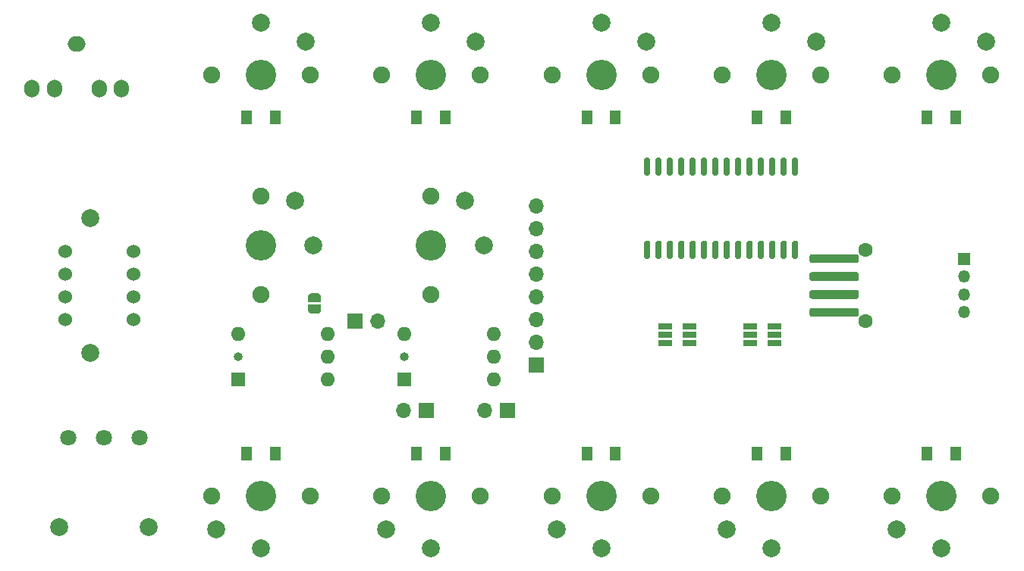
<source format=gts>
G04 #@! TF.GenerationSoftware,KiCad,Pcbnew,(5.1.8)-1*
G04 #@! TF.CreationDate,2023-06-19T23:59:53+09:00*
G04 #@! TF.ProjectId,windsynth,77696e64-7379-46e7-9468-2e6b69636164,rev?*
G04 #@! TF.SameCoordinates,Original*
G04 #@! TF.FileFunction,Soldermask,Top*
G04 #@! TF.FilePolarity,Negative*
%FSLAX46Y46*%
G04 Gerber Fmt 4.6, Leading zero omitted, Abs format (unit mm)*
G04 Created by KiCad (PCBNEW (5.1.8)-1) date 2023-06-19 23:59:53*
%MOMM*%
%LPD*%
G01*
G04 APERTURE LIST*
%ADD10O,1.700000X1.700000*%
%ADD11R,1.700000X1.700000*%
%ADD12C,0.100000*%
%ADD13R,1.200000X1.500000*%
%ADD14C,1.900000*%
%ADD15C,3.400000*%
%ADD16C,2.000000*%
%ADD17O,1.700000X2.000000*%
%ADD18O,2.000000X1.700000*%
%ADD19C,1.524000*%
%ADD20O,1.600000X1.600000*%
%ADD21O,1.000000X1.000000*%
%ADD22R,1.600000X1.600000*%
%ADD23C,1.800000*%
%ADD24R,1.560000X0.650000*%
%ADD25C,1.600000*%
%ADD26R,1.350000X1.350000*%
%ADD27O,1.350000X1.350000*%
G04 APERTURE END LIST*
D10*
G04 #@! TO.C,R2*
X175460000Y-106000000D03*
D11*
X178000000Y-106000000D03*
G04 #@! TD*
D12*
G04 #@! TO.C,DAC-DIRECT*
G36*
X157250000Y-94150000D02*
G01*
X157250000Y-94650000D01*
X157249398Y-94650000D01*
X157249398Y-94674534D01*
X157244588Y-94723365D01*
X157235016Y-94771490D01*
X157220772Y-94818445D01*
X157201995Y-94863778D01*
X157178864Y-94907051D01*
X157151604Y-94947850D01*
X157120476Y-94985779D01*
X157085779Y-95020476D01*
X157047850Y-95051604D01*
X157007051Y-95078864D01*
X156963778Y-95101995D01*
X156918445Y-95120772D01*
X156871490Y-95135016D01*
X156823365Y-95144588D01*
X156774534Y-95149398D01*
X156750000Y-95149398D01*
X156750000Y-95150000D01*
X156250000Y-95150000D01*
X156250000Y-95149398D01*
X156225466Y-95149398D01*
X156176635Y-95144588D01*
X156128510Y-95135016D01*
X156081555Y-95120772D01*
X156036222Y-95101995D01*
X155992949Y-95078864D01*
X155952150Y-95051604D01*
X155914221Y-95020476D01*
X155879524Y-94985779D01*
X155848396Y-94947850D01*
X155821136Y-94907051D01*
X155798005Y-94863778D01*
X155779228Y-94818445D01*
X155764984Y-94771490D01*
X155755412Y-94723365D01*
X155750602Y-94674534D01*
X155750602Y-94650000D01*
X155750000Y-94650000D01*
X155750000Y-94150000D01*
X157250000Y-94150000D01*
G37*
G36*
X155750602Y-93350000D02*
G01*
X155750602Y-93325466D01*
X155755412Y-93276635D01*
X155764984Y-93228510D01*
X155779228Y-93181555D01*
X155798005Y-93136222D01*
X155821136Y-93092949D01*
X155848396Y-93052150D01*
X155879524Y-93014221D01*
X155914221Y-92979524D01*
X155952150Y-92948396D01*
X155992949Y-92921136D01*
X156036222Y-92898005D01*
X156081555Y-92879228D01*
X156128510Y-92864984D01*
X156176635Y-92855412D01*
X156225466Y-92850602D01*
X156250000Y-92850602D01*
X156250000Y-92850000D01*
X156750000Y-92850000D01*
X156750000Y-92850602D01*
X156774534Y-92850602D01*
X156823365Y-92855412D01*
X156871490Y-92864984D01*
X156918445Y-92879228D01*
X156963778Y-92898005D01*
X157007051Y-92921136D01*
X157047850Y-92948396D01*
X157085779Y-92979524D01*
X157120476Y-93014221D01*
X157151604Y-93052150D01*
X157178864Y-93092949D01*
X157201995Y-93136222D01*
X157220772Y-93181555D01*
X157235016Y-93228510D01*
X157244588Y-93276635D01*
X157249398Y-93325466D01*
X157249398Y-93350000D01*
X157250000Y-93350000D01*
X157250000Y-93850000D01*
X155750000Y-93850000D01*
X155750000Y-93350000D01*
X155750602Y-93350000D01*
G37*
G04 #@! TD*
D13*
G04 #@! TO.C,KeyD*
X186900000Y-110800000D03*
X190100000Y-110800000D03*
D14*
X194000000Y-115500000D03*
X183000000Y-115500000D03*
D15*
X188500000Y-115500000D03*
D16*
X183500000Y-119300000D03*
X188500000Y-121400000D03*
G04 #@! TD*
D17*
G04 #@! TO.C,HEADPHONE*
X134968000Y-70000000D03*
X132468000Y-70000000D03*
X127468000Y-70000000D03*
X124968000Y-70000000D03*
D18*
X129968000Y-65000000D03*
G04 #@! TD*
D19*
G04 #@! TO.C,AE-PAM8012*
X128690000Y-95810000D03*
X128690000Y-93270000D03*
X128690000Y-90730000D03*
X128690000Y-88190000D03*
X136310000Y-95810000D03*
X136310000Y-93270000D03*
X136310000Y-90730000D03*
X136310000Y-88190000D03*
G04 #@! TD*
D20*
G04 #@! TO.C,MIS2503 (Main)*
X158000000Y-102500000D03*
X148000000Y-97400000D03*
X158000000Y-99960000D03*
D21*
X148000000Y-99960000D03*
D20*
X158000000Y-97420000D03*
D22*
X148000000Y-102500000D03*
G04 #@! TD*
D16*
G04 #@! TO.C,KeyB*
X150500000Y-62600000D03*
X155500000Y-64700000D03*
D15*
X150500000Y-68500000D03*
D14*
X156000000Y-68500000D03*
X145000000Y-68500000D03*
D13*
X148900000Y-73200000D03*
X152100000Y-73200000D03*
G04 #@! TD*
D10*
G04 #@! TO.C,J3*
X181250000Y-83106000D03*
X181250000Y-85646000D03*
X181250000Y-88186000D03*
X181250000Y-90726000D03*
X181250000Y-93266000D03*
X181250000Y-95806000D03*
X181250000Y-98346000D03*
D11*
X181250000Y-100886000D03*
G04 #@! TD*
D16*
G04 #@! TO.C,SPEAKER*
X131500000Y-99500000D03*
X131500000Y-84500000D03*
G04 #@! TD*
D13*
G04 #@! TO.C,KeyC*
X224900000Y-110800000D03*
X228100000Y-110800000D03*
D14*
X232000000Y-115500000D03*
X221000000Y-115500000D03*
D15*
X226500000Y-115500000D03*
D16*
X221500000Y-119300000D03*
X226500000Y-121400000D03*
G04 #@! TD*
D13*
G04 #@! TO.C,KeyEb*
X205900000Y-110800000D03*
X209100000Y-110800000D03*
D14*
X213000000Y-115500000D03*
X202000000Y-115500000D03*
D15*
X207500000Y-115500000D03*
D16*
X202500000Y-119300000D03*
X207500000Y-121400000D03*
G04 #@! TD*
D13*
G04 #@! TO.C,KeyE*
X167900000Y-110800000D03*
X171100000Y-110800000D03*
D14*
X175000000Y-115500000D03*
X164000000Y-115500000D03*
D15*
X169500000Y-115500000D03*
D16*
X164500000Y-119300000D03*
X169500000Y-121400000D03*
G04 #@! TD*
D13*
G04 #@! TO.C,KeyF*
X148900000Y-110800000D03*
X152100000Y-110800000D03*
D14*
X156000000Y-115500000D03*
X145000000Y-115500000D03*
D15*
X150500000Y-115500000D03*
D16*
X145500000Y-119300000D03*
X150500000Y-121400000D03*
G04 #@! TD*
D13*
G04 #@! TO.C,KeyCs*
X228100000Y-73200000D03*
X224900000Y-73200000D03*
D14*
X221000000Y-68500000D03*
X232000000Y-68500000D03*
D15*
X226500000Y-68500000D03*
D16*
X231500000Y-64700000D03*
X226500000Y-62600000D03*
G04 #@! TD*
D13*
G04 #@! TO.C,KeyGs*
X209100000Y-73200000D03*
X205900000Y-73200000D03*
D14*
X202000000Y-68500000D03*
X213000000Y-68500000D03*
D15*
X207500000Y-68500000D03*
D16*
X212500000Y-64700000D03*
X207500000Y-62600000D03*
G04 #@! TD*
G04 #@! TO.C,KeyG*
X188500000Y-62600000D03*
X193500000Y-64700000D03*
D15*
X188500000Y-68500000D03*
D14*
X194000000Y-68500000D03*
X183000000Y-68500000D03*
D13*
X186900000Y-73200000D03*
X190100000Y-73200000D03*
G04 #@! TD*
D16*
G04 #@! TO.C,KeyA*
X169500000Y-62600000D03*
X174500000Y-64700000D03*
D15*
X169500000Y-68500000D03*
D14*
X175000000Y-68500000D03*
X164000000Y-68500000D03*
D13*
X167900000Y-73200000D03*
X171100000Y-73200000D03*
G04 #@! TD*
D14*
G04 #@! TO.C,KeyDown*
X169500000Y-93000000D03*
X169500000Y-82000000D03*
D15*
X169500000Y-87500000D03*
D16*
X173300000Y-82500000D03*
X175400000Y-87500000D03*
G04 #@! TD*
D14*
G04 #@! TO.C,KeyUp*
X150500000Y-93000000D03*
X150500000Y-82000000D03*
D15*
X150500000Y-87500000D03*
D16*
X154300000Y-82500000D03*
X156400000Y-87500000D03*
G04 #@! TD*
G04 #@! TO.C,VOLUME*
X128000000Y-119000000D03*
D23*
X129000000Y-109000000D03*
X133000000Y-109000000D03*
X137000000Y-109000000D03*
D16*
X138000000Y-119000000D03*
G04 #@! TD*
G04 #@! TO.C,MCP23017*
G36*
G01*
X193770000Y-89035000D02*
X193470000Y-89035000D01*
G75*
G02*
X193320000Y-88885000I0J150000D01*
G01*
X193320000Y-87135000D01*
G75*
G02*
X193470000Y-86985000I150000J0D01*
G01*
X193770000Y-86985000D01*
G75*
G02*
X193920000Y-87135000I0J-150000D01*
G01*
X193920000Y-88885000D01*
G75*
G02*
X193770000Y-89035000I-150000J0D01*
G01*
G37*
G36*
G01*
X195040000Y-89035000D02*
X194740000Y-89035000D01*
G75*
G02*
X194590000Y-88885000I0J150000D01*
G01*
X194590000Y-87135000D01*
G75*
G02*
X194740000Y-86985000I150000J0D01*
G01*
X195040000Y-86985000D01*
G75*
G02*
X195190000Y-87135000I0J-150000D01*
G01*
X195190000Y-88885000D01*
G75*
G02*
X195040000Y-89035000I-150000J0D01*
G01*
G37*
G36*
G01*
X196310000Y-89035000D02*
X196010000Y-89035000D01*
G75*
G02*
X195860000Y-88885000I0J150000D01*
G01*
X195860000Y-87135000D01*
G75*
G02*
X196010000Y-86985000I150000J0D01*
G01*
X196310000Y-86985000D01*
G75*
G02*
X196460000Y-87135000I0J-150000D01*
G01*
X196460000Y-88885000D01*
G75*
G02*
X196310000Y-89035000I-150000J0D01*
G01*
G37*
G36*
G01*
X197580000Y-89035000D02*
X197280000Y-89035000D01*
G75*
G02*
X197130000Y-88885000I0J150000D01*
G01*
X197130000Y-87135000D01*
G75*
G02*
X197280000Y-86985000I150000J0D01*
G01*
X197580000Y-86985000D01*
G75*
G02*
X197730000Y-87135000I0J-150000D01*
G01*
X197730000Y-88885000D01*
G75*
G02*
X197580000Y-89035000I-150000J0D01*
G01*
G37*
G36*
G01*
X198850000Y-89035000D02*
X198550000Y-89035000D01*
G75*
G02*
X198400000Y-88885000I0J150000D01*
G01*
X198400000Y-87135000D01*
G75*
G02*
X198550000Y-86985000I150000J0D01*
G01*
X198850000Y-86985000D01*
G75*
G02*
X199000000Y-87135000I0J-150000D01*
G01*
X199000000Y-88885000D01*
G75*
G02*
X198850000Y-89035000I-150000J0D01*
G01*
G37*
G36*
G01*
X200120000Y-89035000D02*
X199820000Y-89035000D01*
G75*
G02*
X199670000Y-88885000I0J150000D01*
G01*
X199670000Y-87135000D01*
G75*
G02*
X199820000Y-86985000I150000J0D01*
G01*
X200120000Y-86985000D01*
G75*
G02*
X200270000Y-87135000I0J-150000D01*
G01*
X200270000Y-88885000D01*
G75*
G02*
X200120000Y-89035000I-150000J0D01*
G01*
G37*
G36*
G01*
X201390000Y-89035000D02*
X201090000Y-89035000D01*
G75*
G02*
X200940000Y-88885000I0J150000D01*
G01*
X200940000Y-87135000D01*
G75*
G02*
X201090000Y-86985000I150000J0D01*
G01*
X201390000Y-86985000D01*
G75*
G02*
X201540000Y-87135000I0J-150000D01*
G01*
X201540000Y-88885000D01*
G75*
G02*
X201390000Y-89035000I-150000J0D01*
G01*
G37*
G36*
G01*
X202660000Y-89035000D02*
X202360000Y-89035000D01*
G75*
G02*
X202210000Y-88885000I0J150000D01*
G01*
X202210000Y-87135000D01*
G75*
G02*
X202360000Y-86985000I150000J0D01*
G01*
X202660000Y-86985000D01*
G75*
G02*
X202810000Y-87135000I0J-150000D01*
G01*
X202810000Y-88885000D01*
G75*
G02*
X202660000Y-89035000I-150000J0D01*
G01*
G37*
G36*
G01*
X203930000Y-89035000D02*
X203630000Y-89035000D01*
G75*
G02*
X203480000Y-88885000I0J150000D01*
G01*
X203480000Y-87135000D01*
G75*
G02*
X203630000Y-86985000I150000J0D01*
G01*
X203930000Y-86985000D01*
G75*
G02*
X204080000Y-87135000I0J-150000D01*
G01*
X204080000Y-88885000D01*
G75*
G02*
X203930000Y-89035000I-150000J0D01*
G01*
G37*
G36*
G01*
X205200000Y-89035000D02*
X204900000Y-89035000D01*
G75*
G02*
X204750000Y-88885000I0J150000D01*
G01*
X204750000Y-87135000D01*
G75*
G02*
X204900000Y-86985000I150000J0D01*
G01*
X205200000Y-86985000D01*
G75*
G02*
X205350000Y-87135000I0J-150000D01*
G01*
X205350000Y-88885000D01*
G75*
G02*
X205200000Y-89035000I-150000J0D01*
G01*
G37*
G36*
G01*
X206470000Y-89035000D02*
X206170000Y-89035000D01*
G75*
G02*
X206020000Y-88885000I0J150000D01*
G01*
X206020000Y-87135000D01*
G75*
G02*
X206170000Y-86985000I150000J0D01*
G01*
X206470000Y-86985000D01*
G75*
G02*
X206620000Y-87135000I0J-150000D01*
G01*
X206620000Y-88885000D01*
G75*
G02*
X206470000Y-89035000I-150000J0D01*
G01*
G37*
G36*
G01*
X207740000Y-89035000D02*
X207440000Y-89035000D01*
G75*
G02*
X207290000Y-88885000I0J150000D01*
G01*
X207290000Y-87135000D01*
G75*
G02*
X207440000Y-86985000I150000J0D01*
G01*
X207740000Y-86985000D01*
G75*
G02*
X207890000Y-87135000I0J-150000D01*
G01*
X207890000Y-88885000D01*
G75*
G02*
X207740000Y-89035000I-150000J0D01*
G01*
G37*
G36*
G01*
X209010000Y-89035000D02*
X208710000Y-89035000D01*
G75*
G02*
X208560000Y-88885000I0J150000D01*
G01*
X208560000Y-87135000D01*
G75*
G02*
X208710000Y-86985000I150000J0D01*
G01*
X209010000Y-86985000D01*
G75*
G02*
X209160000Y-87135000I0J-150000D01*
G01*
X209160000Y-88885000D01*
G75*
G02*
X209010000Y-89035000I-150000J0D01*
G01*
G37*
G36*
G01*
X210280000Y-89035000D02*
X209980000Y-89035000D01*
G75*
G02*
X209830000Y-88885000I0J150000D01*
G01*
X209830000Y-87135000D01*
G75*
G02*
X209980000Y-86985000I150000J0D01*
G01*
X210280000Y-86985000D01*
G75*
G02*
X210430000Y-87135000I0J-150000D01*
G01*
X210430000Y-88885000D01*
G75*
G02*
X210280000Y-89035000I-150000J0D01*
G01*
G37*
G36*
G01*
X210280000Y-79735000D02*
X209980000Y-79735000D01*
G75*
G02*
X209830000Y-79585000I0J150000D01*
G01*
X209830000Y-77835000D01*
G75*
G02*
X209980000Y-77685000I150000J0D01*
G01*
X210280000Y-77685000D01*
G75*
G02*
X210430000Y-77835000I0J-150000D01*
G01*
X210430000Y-79585000D01*
G75*
G02*
X210280000Y-79735000I-150000J0D01*
G01*
G37*
G36*
G01*
X209010000Y-79735000D02*
X208710000Y-79735000D01*
G75*
G02*
X208560000Y-79585000I0J150000D01*
G01*
X208560000Y-77835000D01*
G75*
G02*
X208710000Y-77685000I150000J0D01*
G01*
X209010000Y-77685000D01*
G75*
G02*
X209160000Y-77835000I0J-150000D01*
G01*
X209160000Y-79585000D01*
G75*
G02*
X209010000Y-79735000I-150000J0D01*
G01*
G37*
G36*
G01*
X207740000Y-79735000D02*
X207440000Y-79735000D01*
G75*
G02*
X207290000Y-79585000I0J150000D01*
G01*
X207290000Y-77835000D01*
G75*
G02*
X207440000Y-77685000I150000J0D01*
G01*
X207740000Y-77685000D01*
G75*
G02*
X207890000Y-77835000I0J-150000D01*
G01*
X207890000Y-79585000D01*
G75*
G02*
X207740000Y-79735000I-150000J0D01*
G01*
G37*
G36*
G01*
X206470000Y-79735000D02*
X206170000Y-79735000D01*
G75*
G02*
X206020000Y-79585000I0J150000D01*
G01*
X206020000Y-77835000D01*
G75*
G02*
X206170000Y-77685000I150000J0D01*
G01*
X206470000Y-77685000D01*
G75*
G02*
X206620000Y-77835000I0J-150000D01*
G01*
X206620000Y-79585000D01*
G75*
G02*
X206470000Y-79735000I-150000J0D01*
G01*
G37*
G36*
G01*
X205200000Y-79735000D02*
X204900000Y-79735000D01*
G75*
G02*
X204750000Y-79585000I0J150000D01*
G01*
X204750000Y-77835000D01*
G75*
G02*
X204900000Y-77685000I150000J0D01*
G01*
X205200000Y-77685000D01*
G75*
G02*
X205350000Y-77835000I0J-150000D01*
G01*
X205350000Y-79585000D01*
G75*
G02*
X205200000Y-79735000I-150000J0D01*
G01*
G37*
G36*
G01*
X203930000Y-79735000D02*
X203630000Y-79735000D01*
G75*
G02*
X203480000Y-79585000I0J150000D01*
G01*
X203480000Y-77835000D01*
G75*
G02*
X203630000Y-77685000I150000J0D01*
G01*
X203930000Y-77685000D01*
G75*
G02*
X204080000Y-77835000I0J-150000D01*
G01*
X204080000Y-79585000D01*
G75*
G02*
X203930000Y-79735000I-150000J0D01*
G01*
G37*
G36*
G01*
X202660000Y-79735000D02*
X202360000Y-79735000D01*
G75*
G02*
X202210000Y-79585000I0J150000D01*
G01*
X202210000Y-77835000D01*
G75*
G02*
X202360000Y-77685000I150000J0D01*
G01*
X202660000Y-77685000D01*
G75*
G02*
X202810000Y-77835000I0J-150000D01*
G01*
X202810000Y-79585000D01*
G75*
G02*
X202660000Y-79735000I-150000J0D01*
G01*
G37*
G36*
G01*
X201390000Y-79735000D02*
X201090000Y-79735000D01*
G75*
G02*
X200940000Y-79585000I0J150000D01*
G01*
X200940000Y-77835000D01*
G75*
G02*
X201090000Y-77685000I150000J0D01*
G01*
X201390000Y-77685000D01*
G75*
G02*
X201540000Y-77835000I0J-150000D01*
G01*
X201540000Y-79585000D01*
G75*
G02*
X201390000Y-79735000I-150000J0D01*
G01*
G37*
G36*
G01*
X200120000Y-79735000D02*
X199820000Y-79735000D01*
G75*
G02*
X199670000Y-79585000I0J150000D01*
G01*
X199670000Y-77835000D01*
G75*
G02*
X199820000Y-77685000I150000J0D01*
G01*
X200120000Y-77685000D01*
G75*
G02*
X200270000Y-77835000I0J-150000D01*
G01*
X200270000Y-79585000D01*
G75*
G02*
X200120000Y-79735000I-150000J0D01*
G01*
G37*
G36*
G01*
X198850000Y-79735000D02*
X198550000Y-79735000D01*
G75*
G02*
X198400000Y-79585000I0J150000D01*
G01*
X198400000Y-77835000D01*
G75*
G02*
X198550000Y-77685000I150000J0D01*
G01*
X198850000Y-77685000D01*
G75*
G02*
X199000000Y-77835000I0J-150000D01*
G01*
X199000000Y-79585000D01*
G75*
G02*
X198850000Y-79735000I-150000J0D01*
G01*
G37*
G36*
G01*
X197580000Y-79735000D02*
X197280000Y-79735000D01*
G75*
G02*
X197130000Y-79585000I0J150000D01*
G01*
X197130000Y-77835000D01*
G75*
G02*
X197280000Y-77685000I150000J0D01*
G01*
X197580000Y-77685000D01*
G75*
G02*
X197730000Y-77835000I0J-150000D01*
G01*
X197730000Y-79585000D01*
G75*
G02*
X197580000Y-79735000I-150000J0D01*
G01*
G37*
G36*
G01*
X196310000Y-79735000D02*
X196010000Y-79735000D01*
G75*
G02*
X195860000Y-79585000I0J150000D01*
G01*
X195860000Y-77835000D01*
G75*
G02*
X196010000Y-77685000I150000J0D01*
G01*
X196310000Y-77685000D01*
G75*
G02*
X196460000Y-77835000I0J-150000D01*
G01*
X196460000Y-79585000D01*
G75*
G02*
X196310000Y-79735000I-150000J0D01*
G01*
G37*
G36*
G01*
X195040000Y-79735000D02*
X194740000Y-79735000D01*
G75*
G02*
X194590000Y-79585000I0J150000D01*
G01*
X194590000Y-77835000D01*
G75*
G02*
X194740000Y-77685000I150000J0D01*
G01*
X195040000Y-77685000D01*
G75*
G02*
X195190000Y-77835000I0J-150000D01*
G01*
X195190000Y-79585000D01*
G75*
G02*
X195040000Y-79735000I-150000J0D01*
G01*
G37*
G36*
G01*
X193770000Y-79735000D02*
X193470000Y-79735000D01*
G75*
G02*
X193320000Y-79585000I0J150000D01*
G01*
X193320000Y-77835000D01*
G75*
G02*
X193470000Y-77685000I150000J0D01*
G01*
X193770000Y-77685000D01*
G75*
G02*
X193920000Y-77835000I0J-150000D01*
G01*
X193920000Y-79585000D01*
G75*
G02*
X193770000Y-79735000I-150000J0D01*
G01*
G37*
G04 #@! TD*
D11*
G04 #@! TO.C,C1*
X161000000Y-96000000D03*
D10*
X163540000Y-96000000D03*
G04 #@! TD*
D11*
G04 #@! TO.C,R1*
X169000000Y-106000000D03*
D10*
X166460000Y-106000000D03*
G04 #@! TD*
D24*
G04 #@! TO.C,MCP3425*
X198350000Y-97500000D03*
X198350000Y-96550000D03*
X198350000Y-98450000D03*
X195650000Y-98450000D03*
X195650000Y-97500000D03*
X195650000Y-96550000D03*
G04 #@! TD*
G04 #@! TO.C,MCP3425*
X205150000Y-96550000D03*
X205150000Y-97500000D03*
X205150000Y-98450000D03*
X207850000Y-98450000D03*
X207850000Y-96550000D03*
X207850000Y-97500000D03*
G04 #@! TD*
D22*
G04 #@! TO.C,MIS2503 (Sub)*
X166500000Y-102500000D03*
D20*
X176500000Y-97420000D03*
D21*
X166500000Y-99960000D03*
D20*
X176500000Y-99960000D03*
X166500000Y-97400000D03*
X176500000Y-102500000D03*
G04 #@! TD*
G04 #@! TO.C,I2C*
G36*
G01*
X212000000Y-88500000D02*
X217000000Y-88500000D01*
G75*
G02*
X217250000Y-88750000I0J-250000D01*
G01*
X217250000Y-89250000D01*
G75*
G02*
X217000000Y-89500000I-250000J0D01*
G01*
X212000000Y-89500000D01*
G75*
G02*
X211750000Y-89250000I0J250000D01*
G01*
X211750000Y-88750000D01*
G75*
G02*
X212000000Y-88500000I250000J0D01*
G01*
G37*
G36*
G01*
X212000000Y-90500000D02*
X217000000Y-90500000D01*
G75*
G02*
X217250000Y-90750000I0J-250000D01*
G01*
X217250000Y-91250000D01*
G75*
G02*
X217000000Y-91500000I-250000J0D01*
G01*
X212000000Y-91500000D01*
G75*
G02*
X211750000Y-91250000I0J250000D01*
G01*
X211750000Y-90750000D01*
G75*
G02*
X212000000Y-90500000I250000J0D01*
G01*
G37*
G36*
G01*
X212000000Y-92500000D02*
X217000000Y-92500000D01*
G75*
G02*
X217250000Y-92750000I0J-250000D01*
G01*
X217250000Y-93250000D01*
G75*
G02*
X217000000Y-93500000I-250000J0D01*
G01*
X212000000Y-93500000D01*
G75*
G02*
X211750000Y-93250000I0J250000D01*
G01*
X211750000Y-92750000D01*
G75*
G02*
X212000000Y-92500000I250000J0D01*
G01*
G37*
G36*
G01*
X212000000Y-94500000D02*
X217000000Y-94500000D01*
G75*
G02*
X217250000Y-94750000I0J-250000D01*
G01*
X217250000Y-95250000D01*
G75*
G02*
X217000000Y-95500000I-250000J0D01*
G01*
X212000000Y-95500000D01*
G75*
G02*
X211750000Y-95250000I0J250000D01*
G01*
X211750000Y-94750000D01*
G75*
G02*
X212000000Y-94500000I250000J0D01*
G01*
G37*
D25*
X218000000Y-88000000D03*
X218000000Y-96000000D03*
G04 #@! TD*
D26*
G04 #@! TO.C,EXTRA*
X229000000Y-89000000D03*
D27*
X229000000Y-91000000D03*
X229000000Y-93000000D03*
X229000000Y-95000000D03*
G04 #@! TD*
M02*

</source>
